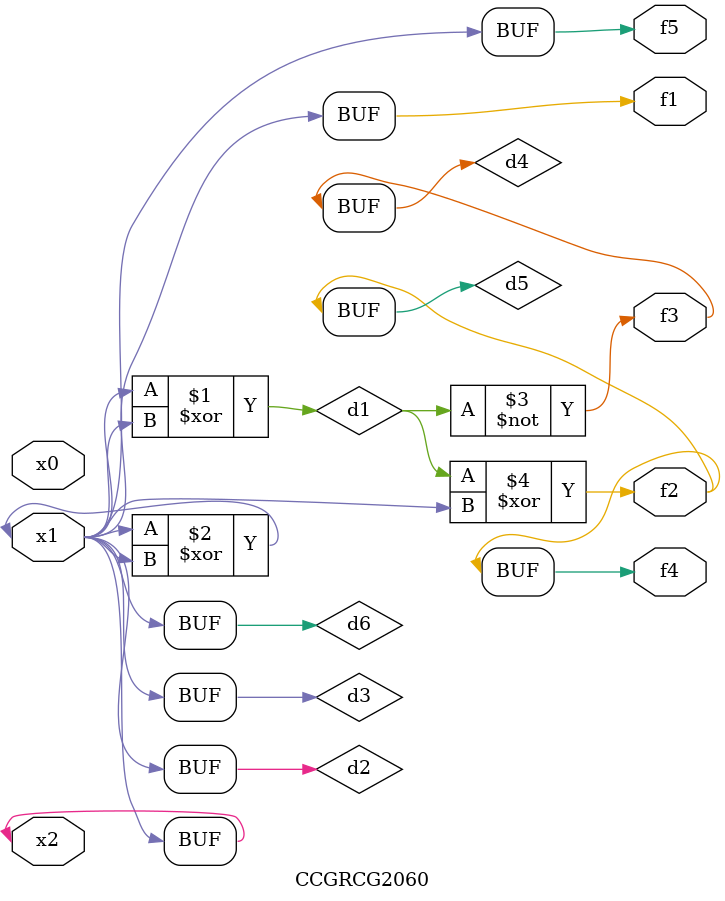
<source format=v>
module CCGRCG2060(
	input x0, x1, x2,
	output f1, f2, f3, f4, f5
);

	wire d1, d2, d3, d4, d5, d6;

	xor (d1, x1, x2);
	buf (d2, x1, x2);
	xor (d3, x1, x2);
	nor (d4, d1);
	xor (d5, d1, d2);
	buf (d6, d2, d3);
	assign f1 = d6;
	assign f2 = d5;
	assign f3 = d4;
	assign f4 = d5;
	assign f5 = d6;
endmodule

</source>
